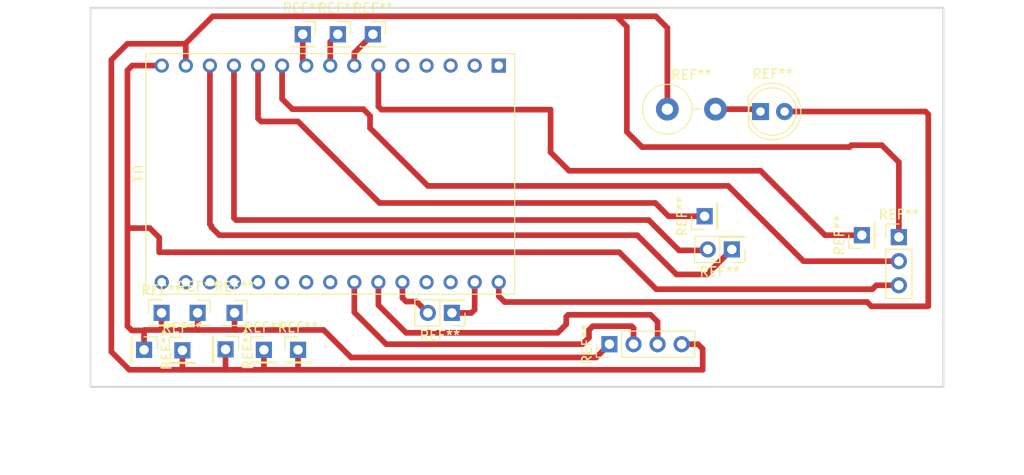
<source format=kicad_pcb>
(kicad_pcb (version 20241229) (generator "pcbnew") (generator_version "9.0")
  (layers (0 "F.Cu" signal) (2 "B.Cu" signal) (13 "F.Paste" user) (15 "B.Paste" user) (5 "F.SilkS" user "F.Silkscreen") (7 "B.SilkS" user "B.Silkscreen") (1 "F.Mask" user) (3 "B.Mask" user) (25 "Edge.Cuts" user))
  (net 0 "")
  (footprint "Connector_PinHeader_2.54mm:PinHeader_1x04_P2.54mm_Vertical" (layer "F.Cu") (at 194.56 150.8 90)
    (property "Reference" "REF**" (at 0 -2.38 90) (layer "F.SilkS"))
    (property "Value" "PinHeader_1x04_P2.54mm_Vertical" (hide yes))
    (fp_line (start -1.38 -1.38) (end 0 -1.38) (stroke (width 0.12)) (layer "F.SilkS"))
    (fp_line (start -1.38 0) (end -1.38 -1.38) (stroke (width 0.12)) (layer "F.SilkS"))
    (fp_line (start 1.38 1.27) (end 1.38 9) (stroke (width 0.12)) (layer "F.SilkS"))
    (fp_line (start -1.38 1.27) (end 1.38 1.27) (stroke (width 0.12)) (layer "F.SilkS"))
    (fp_line (start -1.38 1.27) (end -1.38 9) (stroke (width 0.12)) (layer "F.SilkS"))
    (fp_line (start -1.38 9) (end 1.38 9) (stroke (width 0.12)) (layer "F.SilkS"))
    (pad "1" thru_hole rect (at 0 0 90) (size 1.7 1.7) (drill 1) (layers "*.Cu" "*.Mask"))
    (pad "2" thru_hole circle (at 0 2.54 90) (size 1.7 1.7) (drill 1) (layers "*.Cu" "*.Mask"))
    (pad "3" thru_hole circle (at 0 5.08 90) (size 1.7 1.7) (drill 1) (layers "*.Cu" "*.Mask"))
    (pad "4" thru_hole circle (at 0 7.62 90) (size 1.7 1.7) (drill 1) (layers "*.Cu" "*.Mask"))
  )
  (footprint "Connector_PinHeader_2.54mm:PinHeader_1x01_P2.54mm_Vertical" (layer "F.Cu") (at 221.2 139.3 90)
    (property "Reference" "REF**" (at 0 -2.38 90) (layer "F.SilkS"))
    (property "Value" "PinHeader_1x01_P2.54mm_Vertical")
    (fp_line (start -1.38 -1.38) (end 0 -1.38) (stroke (width 0.12)) (layer "F.SilkS"))
    (fp_line (start -1.38 0) (end -1.38 -1.38) (stroke (width 0.12)) (layer "F.SilkS"))
    (fp_line (start 1.38 1.27) (end 1.38 1.38) (stroke (width 0.12)) (layer "F.SilkS"))
    (fp_line (start -1.38 1.27) (end 1.38 1.27) (stroke (width 0.12)) (layer "F.SilkS"))
    (fp_line (start -1.38 1.27) (end -1.38 1.38) (stroke (width 0.12)) (layer "F.SilkS"))
    (fp_line (start -1.38 1.38) (end 1.38 1.38) (stroke (width 0.12)) (layer "F.SilkS"))
    (pad "1" thru_hole rect (at 0 0 90) (size 1.7 1.7) (drill 1) (layers "*.Cu" "*.Mask"))
  )
  (footprint "Connector_PinHeader_2.54mm:PinHeader_1x01_P2.54mm_Vertical" (layer "F.Cu") (at 161.7 151.4)
    (property "Reference" "REF**" (at 0 -2.38 0) (layer "F.SilkS"))
    (property "Value" "PinHeader_1x01_P2.54mm_Vertical" (hide yes))
    (fp_line (start -1.38 -1.38) (end 0 -1.38) (stroke (width 0.12)) (layer "F.SilkS"))
    (fp_line (start -1.38 0) (end -1.38 -1.38) (stroke (width 0.12)) (layer "F.SilkS"))
    (fp_line (start -1.38 1.27) (end -1.38 1.38) (stroke (width 0.12)) (layer "F.SilkS"))
    (fp_line (start -1.38 1.27) (end 1.38 1.27) (stroke (width 0.12)) (layer "F.SilkS"))
    (fp_line (start -1.38 1.38) (end 1.38 1.38) (stroke (width 0.12)) (layer "F.SilkS"))
    (fp_line (start 1.38 1.27) (end 1.38 1.38) (stroke (width 0.12)) (layer "F.SilkS"))
    (pad "1" thru_hole rect (at 0 0) (size 1.7 1.7) (drill 1) (layers "*.Cu" "*.Mask"))
  )
  (footprint "Connector_PinHeader_2.54mm:PinHeader_1x01_P2.54mm_Vertical" (layer "F.Cu") (at 149.5 151.45)
    (property "Reference" "REF**" (at 0 -2.38 0) (layer "F.SilkS"))
    (property "Value" "PinHeader_1x01_P2.54mm_Vertical" (hide yes))
    (fp_line (start -1.38 -1.38) (end 0 -1.38) (stroke (width 0.12)) (layer "F.SilkS"))
    (fp_line (start -1.38 0) (end -1.38 -1.38) (stroke (width 0.12)) (layer "F.SilkS"))
    (fp_line (start -1.38 1.27) (end -1.38 1.38) (stroke (width 0.12)) (layer "F.SilkS"))
    (fp_line (start -1.38 1.27) (end 1.38 1.27) (stroke (width 0.12)) (layer "F.SilkS"))
    (fp_line (start -1.38 1.38) (end 1.38 1.38) (stroke (width 0.12)) (layer "F.SilkS"))
    (fp_line (start 1.38 1.27) (end 1.38 1.38) (stroke (width 0.12)) (layer "F.SilkS"))
    (pad "1" thru_hole rect (at 0 0) (size 1.7 1.7) (drill 1) (layers "*.Cu" "*.Mask"))
  )
  (footprint "Connector_PinHeader_2.54mm:PinHeader_1x01_P2.54mm_Vertical" (layer "F.Cu") (at 147.3 147.5)
    (property "Reference" "REF**" (at 0 -2.38 0) (layer "F.SilkS"))
    (property "Value" "PinHeader_1x01_P2.54mm_Vertical")
    (fp_line (start -1.38 -1.38) (end 0 -1.38) (stroke (width 0.12)) (layer "F.SilkS"))
    (fp_line (start -1.38 0) (end -1.38 -1.38) (stroke (width 0.12)) (layer "F.SilkS"))
    (fp_line (start -1.38 1.27) (end -1.38 1.38) (stroke (width 0.12)) (layer "F.SilkS"))
    (fp_line (start -1.38 1.27) (end 1.38 1.27) (stroke (width 0.12)) (layer "F.SilkS"))
    (fp_line (start -1.38 1.38) (end 1.38 1.38) (stroke (width 0.12)) (layer "F.SilkS"))
    (fp_line (start 1.38 1.27) (end 1.38 1.38) (stroke (width 0.12)) (layer "F.SilkS"))
    (pad "1" thru_hole rect (at 0 0) (size 1.7 1.7) (drill 1) (layers "*.Cu" "*.Mask"))
  )
  (footprint "Connector_PinHeader_2.54mm:PinHeader_2x01_P2.54mm_Vertical" (layer "F.Cu") (at 177.94 147.5 180)
    (property "Reference" "REF**" (at 1.27 -2.38 0) (layer "F.SilkS"))
    (property "Value" "PinHeader_2x01_P2.54mm_Vertical")
    (fp_line (start 3.92 -1.38) (end 3.92 1.38) (stroke (width 0.12)) (layer "F.SilkS"))
    (fp_line (start 1.27 1.27) (end 1.27 -1.38) (stroke (width 0.12)) (layer "F.SilkS"))
    (fp_line (start 1.27 -1.38) (end 3.92 -1.38) (stroke (width 0.12)) (layer "F.SilkS"))
    (fp_line (start -1.38 1.38) (end 3.92 1.38) (stroke (width 0.12)) (layer "F.SilkS"))
    (fp_line (start -1.38 1.27) (end 1.27 1.27) (stroke (width 0.12)) (layer "F.SilkS"))
    (fp_line (start -1.38 1.27) (end -1.38 1.38) (stroke (width 0.12)) (layer "F.SilkS"))
    (fp_line (start -1.38 0) (end -1.38 -1.38) (stroke (width 0.12)) (layer "F.SilkS"))
    (fp_line (start -1.38 -1.38) (end 0 -1.38) (stroke (width 0.12)) (layer "F.SilkS"))
    (pad "1" thru_hole rect (at 0 0 180) (size 1.7 1.7) (drill 1) (layers "*.Cu" "*.Mask"))
    (pad "2" thru_hole circle (at 2.54 0 180) (size 1.7 1.7) (drill 1) (layers "*.Cu" "*.Mask"))
  )
  (footprint "Connector_PinSocket_2.54mm:PinSocket_1x01_P2.54mm_Vertical" (layer "F.Cu") (at 162.2 118.1)
    (property "Reference" "REF**" (at 0 -2.77 0) (layer "F.SilkS"))
    (property "Value" "PinSocket_1x01_P2.54mm_Vertical")
    (fp_line (start -1.33 1.21) (end -1.33 1.33) (stroke (width 0.12)) (layer "F.SilkS"))
    (fp_line (start -1.33 1.33) (end 1.33 1.33) (stroke (width 0.12)) (layer "F.SilkS"))
    (fp_line (start 0 -1.33) (end 1.33 -1.33) (stroke (width 0.12)) (layer "F.SilkS"))
    (fp_line (start 1.33 -1.33) (end 1.33 0) (stroke (width 0.12)) (layer "F.SilkS"))
    (fp_line (start 1.33 1.21) (end 1.33 1.33) (stroke (width 0.12)) (layer "F.SilkS"))
    (pad "1" thru_hole rect (at 0 0) (size 1.7 1.7) (drill 1) (layers "*.Cu" "*.Mask"))
  )
  (footprint "Connector_PinHeader_2.54mm:PinHeader_1x01_P2.54mm_Vertical" (layer "F.Cu") (at 154.05 151.35 -90)
    (property "Reference" "REF**" (at 0 -2.38 90) (layer "F.SilkS"))
    (property "Value" "PinHeader_1x01_P2.54mm_Vertical")
    (fp_line (start -1.38 1.38) (end 1.38 1.38) (stroke (width 0.12)) (layer "F.SilkS"))
    (fp_line (start -1.38 1.27) (end -1.38 1.38) (stroke (width 0.12)) (layer "F.SilkS"))
    (fp_line (start -1.38 1.27) (end 1.38 1.27) (stroke (width 0.12)) (layer "F.SilkS"))
    (fp_line (start 1.38 1.27) (end 1.38 1.38) (stroke (width 0.12)) (layer "F.SilkS"))
    (fp_line (start -1.38 0) (end -1.38 -1.38) (stroke (width 0.12)) (layer "F.SilkS"))
    (fp_line (start -1.38 -1.38) (end 0 -1.38) (stroke (width 0.12)) (layer "F.SilkS"))
    (pad "1" thru_hole rect (at 0 0 270) (size 1.7 1.7) (drill 1) (layers "*.Cu" "*.Mask"))
  )
  (footprint "Connector_PinHeader_2.54mm:PinHeader_1x01_P2.54mm_Vertical" (layer "F.Cu") (at 204.6 137.3 90)
    (property "Reference" "REF**" (at 0 -2.38 90) (layer "F.SilkS"))
    (property "Value" "PinHeader_1x01_P2.54mm_Vertical")
    (fp_line (start -1.38 -1.38) (end 0 -1.38) (stroke (width 0.12)) (layer "F.SilkS"))
    (fp_line (start -1.38 0) (end -1.38 -1.38) (stroke (width 0.12)) (layer "F.SilkS"))
    (fp_line (start 1.38 1.27) (end 1.38 1.38) (stroke (width 0.12)) (layer "F.SilkS"))
    (fp_line (start -1.38 1.27) (end 1.38 1.27) (stroke (width 0.12)) (layer "F.SilkS"))
    (fp_line (start -1.38 1.27) (end -1.38 1.38) (stroke (width 0.12)) (layer "F.SilkS"))
    (fp_line (start -1.38 1.38) (end 1.38 1.38) (stroke (width 0.12)) (layer "F.SilkS"))
    (pad "1" thru_hole rect (at 0 0 90) (size 1.7 1.7) (drill 1) (layers "*.Cu" "*.Mask"))
  )
  (footprint "Connector_PinSocket_2.54mm:PinSocket_1x01_P2.54mm_Vertical" (layer "F.Cu") (at 151.1 147.5)
    (property "Reference" "REF**" (at 0 -2.77 0) (layer "F.SilkS"))
    (property "Value" "PinSocket_1x01_P2.54mm_Vertical")
    (fp_line (start -1.33 1.21) (end -1.33 1.33) (stroke (width 0.12)) (layer "F.SilkS"))
    (fp_line (start -1.33 1.33) (end 1.33 1.33) (stroke (width 0.12)) (layer "F.SilkS"))
    (fp_line (start 0 -1.33) (end 1.33 -1.33) (stroke (width 0.12)) (layer "F.SilkS"))
    (fp_line (start 1.33 -1.33) (end 1.33 0) (stroke (width 0.12)) (layer "F.SilkS"))
    (fp_line (start 1.33 1.21) (end 1.33 1.33) (stroke (width 0.12)) (layer "F.SilkS"))
    (pad "1" thru_hole rect (at 0 0) (size 1.7 1.7) (drill 1) (layers "*.Cu" "*.Mask"))
  )
  (footprint "Connector_PinSocket_2.54mm:PinSocket_1x01_P2.54mm_Vertical" (layer "F.Cu") (at 165.9 118.1)
    (property "Reference" "REF**" (at 0 -2.77 0) (layer "F.SilkS"))
    (property "Value" "PinSocket_1x01_P2.54mm_Vertical")
    (fp_line (start -1.33 1.21) (end -1.33 1.33) (stroke (width 0.12)) (layer "F.SilkS"))
    (fp_line (start -1.33 1.33) (end 1.33 1.33) (stroke (width 0.12)) (layer "F.SilkS"))
    (fp_line (start 0 -1.33) (end 1.33 -1.33) (stroke (width 0.12)) (layer "F.SilkS"))
    (fp_line (start 1.33 -1.33) (end 1.33 0) (stroke (width 0.12)) (layer "F.SilkS"))
    (fp_line (start 1.33 1.21) (end 1.33 1.33) (stroke (width 0.12)) (layer "F.SilkS"))
    (pad "1" thru_hole rect (at 0 0) (size 1.7 1.7) (drill 1) (layers "*.Cu" "*.Mask"))
  )
  (footprint "Connector_PinHeader_2.54mm:PinHeader_1x03_P2.54mm_Vertical" (layer "F.Cu") (at 225.1 139.5)
    (property "Reference" "REF**" (at 0 -2.38 0) (layer "F.SilkS"))
    (property "Value" "PinHeader_1x03_P2.54mm_Vertical")
    (fp_line (start -1.38 -1.38) (end 0 -1.38) (stroke (width 0.12)) (layer "F.SilkS"))
    (fp_line (start -1.38 0) (end -1.38 -1.38) (stroke (width 0.12)) (layer "F.SilkS"))
    (fp_line (start -1.38 1.27) (end -1.38 6.46) (stroke (width 0.12)) (layer "F.SilkS"))
    (fp_line (start -1.38 1.27) (end 1.38 1.27) (stroke (width 0.12)) (layer "F.SilkS"))
    (fp_line (start -1.38 6.46) (end 1.38 6.46) (stroke (width 0.12)) (layer "F.SilkS"))
    (fp_line (start 1.38 1.27) (end 1.38 6.46) (stroke (width 0.12)) (layer "F.SilkS"))
    (pad "1" thru_hole rect (at 0 0) (size 1.7 1.7) (drill 1) (layers "*.Cu" "*.Mask"))
    (pad "2" thru_hole circle (at 0 2.54) (size 1.7 1.7) (drill 1) (layers "*.Cu" "*.Mask"))
    (pad "3" thru_hole circle (at 0 5.08) (size 1.7 1.7) (drill 1) (layers "*.Cu" "*.Mask"))
  )
  (footprint "Connector_PinSocket_2.54mm:PinSocket_1x01_P2.54mm_Vertical" (layer "F.Cu") (at 169.6 118.1)
    (property "Reference" "REF**" (at 0 -2.77 0) (layer "F.SilkS"))
    (property "Value" "PinSocket_1x01_P2.54mm_Vertical")
    (fp_line (start -1.33 1.21) (end -1.33 1.33) (stroke (width 0.12)) (layer "F.SilkS"))
    (fp_line (start -1.33 1.33) (end 1.33 1.33) (stroke (width 0.12)) (layer "F.SilkS"))
    (fp_line (start 0 -1.33) (end 1.33 -1.33) (stroke (width 0.12)) (layer "F.SilkS"))
    (fp_line (start 1.33 -1.33) (end 1.33 0) (stroke (width 0.12)) (layer "F.SilkS"))
    (fp_line (start 1.33 1.21) (end 1.33 1.33) (stroke (width 0.12)) (layer "F.SilkS"))
    (pad "1" thru_hole rect (at 0 0) (size 1.7 1.7) (drill 1) (layers "*.Cu" "*.Mask"))
  )
  (footprint "Connector_PinHeader_2.54mm:PinHeader_2x01_P2.54mm_Vertical" (layer "F.Cu") (at 207.475 140.8 180)
    (property "Reference" "REF**" (at 1.27 -2.38 0) (layer "F.SilkS"))
    (property "Value" "PinHeader_2x01_P2.54mm_Vertical")
    (fp_line (start 3.92 -1.38) (end 3.92 1.38) (stroke (width 0.12)) (layer "F.SilkS"))
    (fp_line (start 1.27 1.27) (end 1.27 -1.38) (stroke (width 0.12)) (layer "F.SilkS"))
    (fp_line (start 1.27 -1.38) (end 3.92 -1.38) (stroke (width 0.12)) (layer "F.SilkS"))
    (fp_line (start -1.38 1.38) (end 3.92 1.38) (stroke (width 0.12)) (layer "F.SilkS"))
    (fp_line (start -1.38 1.27) (end 1.27 1.27) (stroke (width 0.12)) (layer "F.SilkS"))
    (fp_line (start -1.38 1.27) (end -1.38 1.38) (stroke (width 0.12)) (layer "F.SilkS"))
    (fp_line (start -1.38 0) (end -1.38 -1.38) (stroke (width 0.12)) (layer "F.SilkS"))
    (fp_line (start -1.38 -1.38) (end 0 -1.38) (stroke (width 0.12)) (layer "F.SilkS"))
    (pad "1" thru_hole rect (at 0 0 180) (size 1.7 1.7) (drill 1) (layers "*.Cu" "*.Mask"))
    (pad "2" thru_hole circle (at 2.54 0 180) (size 1.7 1.7) (drill 1) (layers "*.Cu" "*.Mask"))
  )
  (footprint "RF_Module:ESP32-C3-DevKitM-1" (layer "F.Cu") (at 182.88 121.4 -90)
    (property "Reference" "U1" (at 11.43 38.1 270) (layer "F.SilkS"))
    (property "Value" "ESP32-C3-DevKitM-1")
    (fp_line (start -1.27 37.24) (end -1.27 -1.68) (stroke (width 0.12)) (layer "F.SilkS"))
    (fp_line (start 24.13 37.24) (end -1.27 37.24) (stroke (width 0.12)) (layer "F.SilkS"))
    (fp_line (start -1.27 -1.68) (end 24.13 -1.68) (stroke (width 0.12)) (layer "F.SilkS"))
    (fp_line (start 24.13 -1.68) (end 24.13 37.24) (stroke (width 0.12)) (layer "F.SilkS"))
    (pad "1" thru_hole rect (at 0 0 270) (size 1.5 1.5) (drill 0.9) (layers "*.Cu" "*.Mask"))
    (pad "2" thru_hole circle (at 0 2.54 270) (size 1.5 1.5) (drill 0.9) (layers "*.Cu" "*.Mask"))
    (pad "3" thru_hole circle (at 0 5.08 270) (size 1.5 1.5) (drill 0.9) (layers "*.Cu" "*.Mask"))
    (pad "4" thru_hole circle (at 0 7.62 270) (size 1.5 1.5) (drill 0.9) (layers "*.Cu" "*.Mask"))
    (pad "5" thru_hole circle (at 0 10.16 270) (size 1.5 1.5) (drill 0.9) (layers "*.Cu" "*.Mask"))
    (pad "6" thru_hole circle (at 0 12.7 270) (size 1.5 1.5) (drill 0.9) (layers "*.Cu" "*.Mask"))
    (pad "7" thru_hole circle (at 0 15.24 270) (size 1.5 1.5) (drill 0.9) (layers "*.Cu" "*.Mask"))
    (pad "8" thru_hole circle (at 0 17.78 270) (size 1.5 1.5) (drill 0.9) (layers "*.Cu" "*.Mask"))
    (pad "9" thru_hole circle (at 0 20.32 270) (size 1.5 1.5) (drill 0.9) (layers "*.Cu" "*.Mask"))
    (pad "10" thru_hole circle (at 0 22.86 270) (size 1.5 1.5) (drill 0.9) (layers "*.Cu" "*.Mask"))
    (pad "11" thru_hole circle (at 0 25.4 270) (size 1.5 1.5) (drill 0.9) (layers "*.Cu" "*.Mask"))
    (pad "12" thru_hole circle (at 0 27.94 270) (size 1.5 1.5) (drill 0.9) (layers "*.Cu" "*.Mask"))
    (pad "13" thru_hole circle (at 0 30.48 270) (size 1.5 1.5) (drill 0.9) (layers "*.Cu" "*.Mask"))
    (pad "14" thru_hole circle (at 0 33.02 270) (size 1.5 1.5) (drill 0.9) (layers "*.Cu" "*.Mask"))
    (pad "15" thru_hole circle (at 0 35.56 270) (size 1.5 1.5) (drill 0.9) (layers "*.Cu" "*.Mask"))
    (pad "16" thru_hole circle (at 22.86 35.56 270) (size 1.5 1.5) (drill 0.9) (layers "*.Cu" "*.Mask"))
    (pad "17" thru_hole circle (at 22.86 33.02 270) (size 1.5 1.5) (drill 0.9) (layers "*.Cu" "*.Mask"))
    (pad "18" thru_hole circle (at 22.86 30.48 270) (size 1.5 1.5) (drill 0.9) (layers "*.Cu" "*.Mask"))
    (pad "19" thru_hole circle (at 22.86 27.94 270) (size 1.5 1.5) (drill 0.9) (layers "*.Cu" "*.Mask"))
    (pad "20" thru_hole circle (at 22.86 25.4 270) (size 1.5 1.5) (drill 0.9) (layers "*.Cu" "*.Mask"))
    (pad "21" thru_hole circle (at 22.86 22.86 270) (size 1.5 1.5) (drill 0.9) (layers "*.Cu" "*.Mask"))
    (pad "22" thru_hole circle (at 22.86 20.32 270) (size 1.5 1.5) (drill 0.9) (layers "*.Cu" "*.Mask"))
    (pad "23" thru_hole circle (at 22.86 17.78 270) (size 1.5 1.5) (drill 0.9) (layers "*.Cu" "*.Mask"))
    (pad "24" thru_hole circle (at 22.86 15.24 270) (size 1.5 1.5) (drill 0.9) (layers "*.Cu" "*.Mask"))
    (pad "25" thru_hole circle (at 22.86 12.7 270) (size 1.5 1.5) (drill 0.9) (layers "*.Cu" "*.Mask"))
    (pad "26" thru_hole circle (at 22.86 10.16 270) (size 1.5 1.5) (drill 0.9) (layers "*.Cu" "*.Mask"))
    (pad "27" thru_hole circle (at 22.86 7.62 270) (size 1.5 1.5) (drill 0.9) (layers "*.Cu" "*.Mask"))
    (pad "28" thru_hole circle (at 22.86 5.08 270) (size 1.5 1.5) (drill 0.9) (layers "*.Cu" "*.Mask"))
    (pad "29" thru_hole circle (at 22.86 2.54 270) (size 1.5 1.5) (drill 0.9) (layers "*.Cu" "*.Mask"))
    (pad "30" thru_hole circle (at 22.86 0 270) (size 1.5 1.5) (drill 0.9) (layers "*.Cu" "*.Mask"))
  )
  (footprint "Connector_PinHeader_2.54mm:PinHeader_1x01_P2.54mm_Vertical" (layer "F.Cu") (at 158.1 151.4)
    (property "Reference" "REF**" (at 0 -2.38 0) (layer "F.SilkS"))
    (property "Value" "PinHeader_1x01_P2.54mm_Vertical" (hide yes))
    (fp_line (start -1.38 -1.38) (end 0 -1.38) (stroke (width 0.12)) (layer "F.SilkS"))
    (fp_line (start -1.38 0) (end -1.38 -1.38) (stroke (width 0.12)) (layer "F.SilkS"))
    (fp_line (start -1.38 1.27) (end -1.38 1.38) (stroke (width 0.12)) (layer "F.SilkS"))
    (fp_line (start -1.38 1.27) (end 1.38 1.27) (stroke (width 0.12)) (layer "F.SilkS"))
    (fp_line (start -1.38 1.38) (end 1.38 1.38) (stroke (width 0.12)) (layer "F.SilkS"))
    (fp_line (start 1.38 1.27) (end 1.38 1.38) (stroke (width 0.12)) (layer "F.SilkS"))
    (pad "1" thru_hole rect (at 0 0) (size 1.7 1.7) (drill 1) (layers "*.Cu" "*.Mask"))
  )
  (footprint "Connector_PinHeader_2.54mm:PinHeader_1x01_P2.54mm_Vertical" (layer "F.Cu") (at 145.45 151.4 -90)
    (property "Reference" "REF**" (at 0 -2.38 90) (layer "F.SilkS"))
    (property "Value" "PinHeader_1x01_P2.54mm_Vertical")
    (fp_line (start -1.38 1.38) (end 1.38 1.38) (stroke (width 0.12)) (layer "F.SilkS"))
    (fp_line (start -1.38 1.27) (end -1.38 1.38) (stroke (width 0.12)) (layer "F.SilkS"))
    (fp_line (start -1.38 1.27) (end 1.38 1.27) (stroke (width 0.12)) (layer "F.SilkS"))
    (fp_line (start 1.38 1.27) (end 1.38 1.38) (stroke (width 0.12)) (layer "F.SilkS"))
    (fp_line (start -1.38 0) (end -1.38 -1.38) (stroke (width 0.12)) (layer "F.SilkS"))
    (fp_line (start -1.38 -1.38) (end 0 -1.38) (stroke (width 0.12)) (layer "F.SilkS"))
    (pad "1" thru_hole rect (at 0 0 270) (size 1.7 1.7) (drill 1) (layers "*.Cu" "*.Mask"))
  )
  (footprint "Resistor_THT:R_Axial_DIN0516_L15.5mm_D5.0mm_P5.08mm_Vertical" (layer "F.Cu") (at 200.67 126)
    (property "Reference" "REF**" (at 2.54 -3.62 0) (layer "F.SilkS"))
    (property "Value" "R_Axial_DIN0516_L15.5mm_D5.0mm_P5.08mm_Vertical")
    (fp_line (start 2.62 0) (end 3.58 0) (stroke (width 0.12)) (layer "F.SilkS"))
    (fp_circle (center 0 0) (end 2.62 0) (stroke (width 0.12)) (fill no) (layer "F.SilkS"))
    (pad "1" thru_hole circle (at 0 0) (size 2.4 2.4) (drill 1.2) (layers "*.Cu" "*.Mask"))
    (pad "2" thru_hole oval (at 5.08 0) (size 2.4 2.4) (drill 1.2) (layers "*.Cu" "*.Mask"))
  )
  (footprint "LED_THT:LED_D5.0mm" (layer "F.Cu") (at 210.5 126.25)
    (property "Reference" "REF**" (at 1.27 -3.96 0) (layer "F.SilkS"))
    (property "Value" "LED_D5.0mm")
    (fp_line (start -1.29 -1.545) (end -1.29 1.545) (stroke (width 0.12)) (layer "F.SilkS"))
    (fp_arc (start -1.29 -1.54483) (mid 2.071756 -2.880501) (end 4.26 -0.000048) (stroke (width 0.12)) (layer "F.SilkS"))
    (fp_arc (start 4.26 0.000048) (mid 2.071756 2.880501) (end -1.29 1.54483) (stroke (width 0.12)) (layer "F.SilkS"))
    (fp_circle (center 1.27 0) (end 3.77 0) (stroke (width 0.12)) (fill no) (layer "F.SilkS"))
    (pad "1" thru_hole rect (at 0 0) (size 1.8 1.8) (drill 0.9) (layers "*.Cu" "*.Mask"))
    (pad "2" thru_hole circle (at 2.54 0) (size 1.8 1.8) (drill 0.9) (layers "*.Cu" "*.Mask"))
  )
  (footprint "Connector_PinSocket_2.54mm:PinSocket_1x01_P2.54mm_Vertical" (layer "F.Cu") (at 155 147.5)
    (property "Reference" "REF**" (at 0 -2.77 0) (layer "F.SilkS"))
    (property "Value" "PinSocket_1x01_P2.54mm_Vertical")
    (fp_line (start -1.33 1.21) (end -1.33 1.33) (stroke (width 0.12)) (layer "F.SilkS"))
    (fp_line (start -1.33 1.33) (end 1.33 1.33) (stroke (width 0.12)) (layer "F.SilkS"))
    (fp_line (start 0 -1.33) (end 1.33 -1.33) (stroke (width 0.12)) (layer "F.SilkS"))
    (fp_line (start 1.33 -1.33) (end 1.33 0) (stroke (width 0.12)) (layer "F.SilkS"))
    (fp_line (start 1.33 1.21) (end 1.33 1.33) (stroke (width 0.12)) (layer "F.SilkS"))
    (pad "1" thru_hole rect (at 0 0) (size 1.7 1.7) (drill 1) (layers "*.Cu" "*.Mask"))
  )
  (gr_rect (start 139.8 115.3) (end 229.8 155.3) (stroke (width 0.2)) (fill no) (layer "Edge.Cuts"))
  (segment (start 149.8 119.1) (end 149.86 119.04) (width 0.6) (layer "F.Cu") (net 0))
  (segment (start 155.15 137.7) (end 198.7 137.7) (width 0.6) (layer "F.Cu") (net 0))
  (segment (start 190 148.7) (end 190 147.9) (width 0.6) (layer "F.Cu") (net 0))
  (segment (start 170.18 121.4) (end 170.18 125.73) (width 0.6) (layer "F.Cu") (net 0))
  (segment (start 228.2 146.8) (end 222.2 146.8) (width 0.6) (layer "F.Cu") (net 0))
  (segment (start 143.7 121.9) (end 143.7 138.55) (width 0.6) (layer "F.Cu") (net 0))
  (segment (start 149.86 119.04) (end 149.86 121.4) (width 0.6) (layer "F.Cu") (net 0))
  (segment (start 167.64 120.06) (end 169.6 118.1) (width 0.6) (layer "F.Cu") (net 0))
  (segment (start 228.2 126.55) (end 228.2 146.8) (width 0.6) (layer "F.Cu") (net 0))
  (segment (start 160.02 124.92) (end 161.1 126) (width 0.6) (layer "F.Cu") (net 0))
  (segment (start 164.4 149.3) (end 167.3 152.2) (width 0.6) (layer "F.Cu") (net 0))
  (segment (start 169.3 128) (end 175.4 134.1) (width 0.6) (layer "F.Cu") (net 0))
  (segment (start 183.5 146.35) (end 182.88 145.73) (width 0.6) (layer "F.Cu") (net 0))
  (segment (start 168.6 126) (end 169.3 126.7) (width 0.6) (layer "F.Cu") (net 0))
  (segment (start 170.18 146.68) (end 173.1 149.6) (width 0.6) (layer "F.Cu") (net 0))
  (segment (start 151.1 147.5) (end 151.1 149.3) (width 0.6) (layer "F.Cu") (net 0))
  (segment (start 188.35 126.05) (end 188.35 130.55) (width 0.6) (layer "F.Cu") (net 0))
  (segment (start 193.16 152.2) (end 194.56 150.8) (width 0.6) (layer "F.Cu") (net 0))
  (segment (start 153.4 139.3) (end 197.5 139.3) (width 0.6) (layer "F.Cu") (net 0))
  (segment (start 145.45 149.35) (end 145.45 151.4) (width 0.6) (layer "F.Cu") (net 0))
  (segment (start 147.05 141.1) (end 195.6 141.1) (width 0.6) (layer "F.Cu") (net 0))
  (segment (start 174.2 146.3) (end 175.4 147.5) (width 0.6) (layer "F.Cu") (net 0))
  (segment (start 199.5 145) (end 222.3 145) (width 0.6) (layer "F.Cu") (net 0))
  (segment (start 203.9 150.8) (end 202.18 150.8) (width 0.6) (layer "F.Cu") (net 0))
  (segment (start 170.5 126.05) (end 188.35 126.05) (width 0.6) (layer "F.Cu") (net 0))
  (segment (start 173.1 146.3) (end 174.2 146.3) (width 0.6) (layer "F.Cu") (net 0))
  (segment (start 143.7 148.9) (end 144.15 149.35) (width 0.6) (layer "F.Cu") (net 0))
  (segment (start 195.6 141.1) (end 199.5 145) (width 0.6) (layer "F.Cu") (net 0))
  (segment (start 189.1 149.6) (end 190 148.7) (width 0.6) (layer "F.Cu") (net 0))
  (segment (start 151.1 149.3) (end 149.5 149.3) (width 0.6) (layer "F.Cu") (net 0))
  (segment (start 200.8 137.3) (end 199.4 135.9) (width 0.6) (layer "F.Cu") (net 0))
  (segment (start 205.75 126) (end 210.25 126) (width 0.6) (layer "F.Cu") (net 0))
  (segment (start 169.3 126.7) (end 169.3 128) (width 0.6) (layer "F.Cu") (net 0))
  (segment (start 158 153.5) (end 161.7 153.5) (width 0.6) (layer "F.Cu") (net 0))
  (segment (start 158.1 151.4) (end 158.1 153.4) (width 0.6) (layer "F.Cu") (net 0))
  (segment (start 175.4 134.1) (end 207.1 134.1) (width 0.6) (layer "F.Cu") (net 0))
  (segment (start 196.9 148.9) (end 197.1 149.1) (width 0.6) (layer "F.Cu") (net 0))
  (segment (start 155.1 149.3) (end 151.1 149.3) (width 0.6) (layer "F.Cu") (net 0))
  (segment (start 171 150.8) (end 191.7 150.8) (width 0.6) (layer "F.Cu") (net 0))
  (segment (start 152.55 138.45) (end 153.4 139.3) (width 0.6) (layer "F.Cu") (net 0))
  (segment (start 190.3 132.5) (end 210.5 132.5) (width 0.6) (layer "F.Cu") (net 0))
  (segment (start 161.7 153.5) (end 204.4 153.5) (width 0.6) (layer "F.Cu") (net 0))
  (segment (start 219.9 130) (end 220.1 129.8) (width 0.6) (layer "F.Cu") (net 0))
  (segment (start 152.55 138.3) (end 152.55 138.45) (width 0.6) (layer "F.Cu") (net 0))
  (segment (start 180.34 147.16) (end 180 147.5) (width 0.6) (layer "F.Cu") (net 0))
  (segment (start 161.7 127.3) (end 157.8 127.3) (width 0.6) (layer "F.Cu") (net 0))
  (segment (start 180.34 144.26) (end 180.34 147.16) (width 0.6) (layer "F.Cu") (net 0))
  (segment (start 162.2 121.04) (end 162.56 121.4) (width 0.6) (layer "F.Cu") (net 0))
  (segment (start 201.9 140.9) (end 204.6 140.9) (width 0.6) (layer "F.Cu") (net 0))
  (segment (start 143.7 138.55) (end 143.7 148.9) (width 0.6) (layer "F.Cu") (net 0))
  (segment (start 149.5 151.45) (end 149.5 153.4) (width 0.6) (layer "F.Cu") (net 0))
  (segment (start 155 147.5) (end 155 149.2) (width 0.6) (layer "F.Cu") (net 0))
  (segment (start 167.3 152.2) (end 193.16 152.2) (width 0.6) (layer "F.Cu") (net 0))
  (segment (start 162.2 118.1) (end 162.2 121.04) (width 0.6) (layer "F.Cu") (net 0))
  (segment (start 204.4 151.3) (end 204.4 153.5) (width 0.6) (layer "F.Cu") (net 0))
  (segment (start 154.94 121.4) (end 154.94 137.49) (width 0.6) (layer "F.Cu") (net 0))
  (segment (start 170.18 144.26) (end 170.18 146.68) (width 0.6) (layer "F.Cu") (net 0))
  (segment (start 196.4 128.4) (end 198 130) (width 0.6) (layer "F.Cu") (net 0))
  (segment (start 199.45 116.2) (end 195.3 116.2) (width 0.6) (layer "F.Cu") (net 0))
  (segment (start 149.6 153.5) (end 143.9 153.5) (width 0.6) (layer "F.Cu") (net 0))
  (segment (start 192.4 150.1) (end 192.4 149.3) (width 0.6) (layer "F.Cu") (net 0))
  (segment (start 190 147.9) (end 190.2 147.7) (width 0.6) (layer "F.Cu") (net 0))
  (segment (start 157.48 126.98) (end 157.48 121.4) (width 0.6) (layer "F.Cu") (net 0))
  (segment (start 191.7 150.8) (end 192.4 150.1) (width 0.6) (layer "F.Cu") (net 0))
  (segment (start 147.3 149.3) (end 145.5 149.3) (width 0.6) (layer "F.Cu") (net 0))
  (segment (start 191.2 116.2) (end 152.7 116.2) (width 0.6) (layer "F.Cu") (net 0))
  (segment (start 190.2 147.7) (end 198.9 147.7) (width 0.6) (layer "F.Cu") (net 0))
  (segment (start 173.1 149.6) (end 189.1 149.6) (width 0.6) (layer "F.Cu") (net 0))
  (segment (start 157.8 127.3) (end 157.48 126.98) (width 0.6) (layer "F.Cu") (net 0))
  (segment (start 192.4 149.3) (end 192.8 148.9) (width 0.6) (layer "F.Cu") (net 0))
  (segment (start 204.6 137.3) (end 200.8 137.3) (width 0.6) (layer "F.Cu") (net 0))
  (segment (start 207.1 134.1) (end 215.04 142.04) (width 0.6) (layer "F.Cu") (net 0))
  (segment (start 154 153.5) (end 158 153.5) (width 0.6) (layer "F.Cu") (net 0))
  (segment (start 217.3 139.3) (end 221.2 139.3) (width 0.6) (layer "F.Cu") (net 0))
  (segment (start 152.4 121.4) (end 152.4 138.15) (width 0.6) (layer "F.Cu") (net 0))
  (segment (start 199.64 148.44) (end 199.64 150.8) (width 0.6) (layer "F.Cu") (net 0))
  (segment (start 172.72 145.92) (end 173.1 146.3) (width 0.6) (layer "F.Cu") (net 0))
  (segment (start 142 120.8) (end 143.7 119.1) (width 0.6) (layer "F.Cu") (net 0))
  (segment (start 222.3 145) (end 222.72 144.58) (width 0.6) (layer "F.Cu") (net 0))
  (segment (start 198.9 147.7) (end 199.64 148.44) (width 0.6) (layer "F.Cu") (net 0))
  (segment (start 225.1 131.6) (end 225.1 139.5) (width 0.6) (layer "F.Cu") (net 0))
  (segment (start 222.72 144.58) (end 225.1 144.58) (width 0.6) (layer "F.Cu") (net 0))
  (segment (start 152.4 138.15) (end 152.55 138.3) (width 0.6) (layer "F.Cu") (net 0))
  (segment (start 167.64 144.26) (end 167.64 147.44) (width 0.6) (layer "F.Cu") (net 0))
  (segment (start 142 151.6) (end 142 120.8) (width 0.6) (layer "F.Cu") (net 0))
  (segment (start 215.04 142.04) (end 225.1 142.04) (width 0.6) (layer "F.Cu") (net 0))
  (segment (start 161.1 126) (end 168.6 126) (width 0.6) (layer "F.Cu") (net 0))
  (segment (start 143.9 153.5) (end 142 151.6) (width 0.6) (layer "F.Cu") (net 0))
  (segment (start 197.1 149.1) (end 197.1 150.8) (width 0.6) (layer "F.Cu") (net 0))
  (segment (start 154.94 137.49) (end 155.15 137.7) (width 0.6) (layer "F.Cu") (net 0))
  (segment (start 210.5 132.5) (end 217.3 139.3) (width 0.6) (layer "F.Cu") (net 0))
  (segment (start 220.1 129.8) (end 223.3 129.8) (width 0.6) (layer "F.Cu") (net 0))
  (segment (start 158.1 153.4) (end 158 153.5) (width 0.6) (layer "F.Cu") (net 0))
  (segment (start 227.9 126.25) (end 228.2 126.55) (width 0.6) (layer "F.Cu") (net 0))
  (segment (start 161.7 151.4) (end 161.7 153.5) (width 0.6) (layer "F.Cu") (net 0))
  (segment (start 155.1 149.3) (end 164.4 149.3) (width 0.6) (layer "F.Cu") (net 0))
  (segment (start 143.7 119.1) (end 149.8 119.1) (width 0.6) (layer "F.Cu") (net 0))
  (segment (start 154.05 151.35) (end 154.05 153.45) (width 0.6) (layer "F.Cu") (net 0))
  (segment (start 196.4 117.3) (end 196.4 128.4) (width 0.6) (layer "F.Cu") (net 0))
  (segment (start 188.35 130.55) (end 190.3 132.5) (width 0.6) (layer "F.Cu") (net 0))
  (segment (start 213.04 126.25) (end 227.9 126.25) (width 0.6) (layer "F.Cu") (net 0))
  (segment (start 143.7 138.55) (end 146.05 138.55) (width 0.6) (layer "F.Cu") (net 0))
  (segment (start 154.05 153.45) (end 154 153.5) (width 0.6) (layer "F.Cu") (net 0))
  (segment (start 160.02 121.4) (end 160.02 124.92) (width 0.6) (layer "F.Cu") (net 0))
  (segment (start 180 147.5) (end 177.94 147.5) (width 0.6) (layer "F.Cu") (net 0))
  (segment (start 195.3 116.2) (end 191.2 116.2) (width 0.6) (layer "F.Cu") (net 0))
  (segment (start 201.64 143.44) (end 204.835 143.44) (width 0.6) (layer "F.Cu") (net 0))
  (segment (start 204.835 143.44) (end 207.475 140.8) (width 0.6) (layer "F.Cu") (net 0))
  (segment (start 144.2 121.4) (end 147.32 121.4) (width 0.6) (layer "F.Cu") (net 0))
  (segment (start 167.64 147.44) (end 171 150.8) (width 0.6) (layer "F.Cu") (net 0))
  (segment (start 149.5 153.4) (end 149.6 153.5) (width 0.6) (layer "F.Cu") (net 0))
  (segment (start 197.5 139.3) (end 201.64 143.44) (width 0.6) (layer "F.Cu") (net 0))
  (segment (start 182.88 145.73) (end 182.88 144.26) (width 0.6) (layer "F.Cu") (net 0))
  (segment (start 200.67 126) (end 200.67 117.42) (width 0.6) (layer "F.Cu") (net 0))
  (segment (start 198 130) (end 219.9 130) (width 0.6) (layer "F.Cu") (net 0))
  (segment (start 147.05 139.55) (end 147.05 141.1) (width 0.6) (layer "F.Cu") (net 0))
  (segment (start 195.3 116.2) (end 196.4 117.3) (width 0.6) (layer "F.Cu") (net 0))
  (segment (start 170.3 135.9) (end 161.7 127.3) (width 0.6) (layer "F.Cu") (net 0))
  (segment (start 145.5 149.3) (end 145.45 149.35) (width 0.6) (layer "F.Cu") (net 0))
  (segment (start 170.18 125.73) (end 170.5 126.05) (width 0.6) (layer "F.Cu") (net 0))
  (segment (start 165.1 118.9) (end 165.1 121.4) (width 0.6) (layer "F.Cu") (net 0))
  (segment (start 223.3 129.8) (end 225.1 131.6) (width 0.6) (layer "F.Cu") (net 0))
  (segment (start 165.9 118.1) (end 165.1 118.9) (width 0.6) (layer "F.Cu") (net 0))
  (segment (start 154 153.5) (end 149.6 153.5) (width 0.6) (layer "F.Cu") (net 0))
  (segment (start 200.67 117.42) (end 199.45 116.2) (width 0.6) (layer "F.Cu") (net 0))
  (segment (start 144.15 149.35) (end 145.45 149.35) (width 0.6) (layer "F.Cu") (net 0))
  (segment (start 192.8 148.9) (end 196.9 148.9) (width 0.6) (layer "F.Cu") (net 0))
  (segment (start 149.5 149.3) (end 147.3 149.3) (width 0.6) (layer "F.Cu") (net 0))
  (segment (start 203.9 150.8) (end 204.4 151.3) (width 0.6) (layer "F.Cu") (net 0))
  (segment (start 155 149.2) (end 155.1 149.3) (width 0.6) (layer "F.Cu") (net 0))
  (segment (start 167.64 121.4) (end 167.64 120.06) (width 0.6) (layer "F.Cu") (net 0))
  (segment (start 222.2 146.8) (end 221.75 146.35) (width 0.6) (layer "F.Cu") (net 0))
  (segment (start 152.7 116.2) (end 149.86 119.04) (width 0.6) (layer "F.Cu") (net 0))
  (segment (start 172.72 144.26) (end 172.72 145.92) (width 0.6) (layer "F.Cu") (net 0))
  (segment (start 210.25 126) (end 210.5 126.25) (width 0.6) (layer "F.Cu") (net 0))
  (segment (start 221.75 146.35) (end 183.5 146.35) (width 0.6) (layer "F.Cu") (net 0))
  (segment (start 198.7 137.7) (end 201.9 140.9) (width 0.6) (layer "F.Cu") (net 0))
  (segment (start 199.4 135.9) (end 170.3 135.9) (width 0.6) (layer "F.Cu") (net 0))
  (segment (start 143.7 121.9) (end 144.2 121.4) (width 0.6) (layer "F.Cu") (net 0))
  (segment (start 146.05 138.55) (end 147.05 139.55) (width 0.6) (layer "F.Cu") (net 0))
  (segment (start 147.3 147.5) (end 147.3 149.3) (width 0.6) (layer "F.Cu") (net 0))
)
</source>
